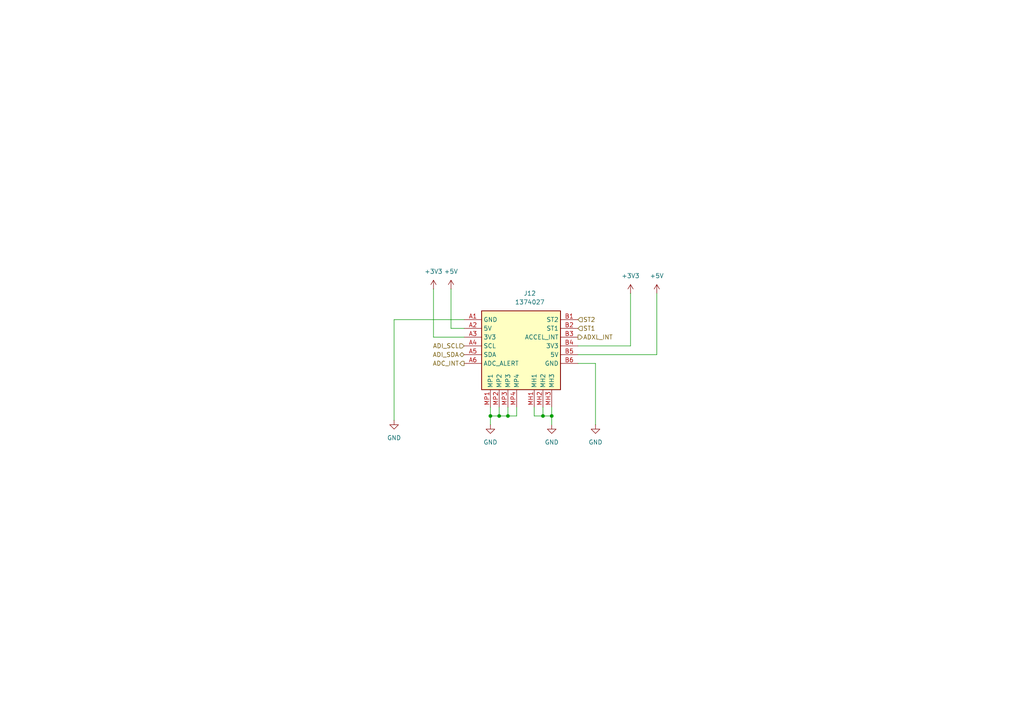
<source format=kicad_sch>
(kicad_sch (version 20250114) (generator "eeschema") (generator_version "9.0")
  (paper "A4")
  (lib_symbols
    (symbol "canardboard:1374027"
      (property "Reference" "J" (at 0.3175 13.9065 0))
      (property "Value" "1374027" (at 0.3175 11.3665 0))
      (symbol "1374027_1_1"
        (rectangle (start -8.89 8.89) (end 13.97 -13.97) (stroke (width 0.254)) (fill (type background)))
        (pin passive line (at -13.97 6.35 0) (length 5.08) (name "GND") (number "A1"))
        (pin passive line (at -13.97 3.81 0) (length 5.08) (name "5V") (number "A2"))
        (pin passive line (at -13.97 1.27 0) (length 5.08) (name "3V3") (number "A3"))
        (pin passive line (at -13.97 -1.27 0) (length 5.08) (name "SCL") (number "A4"))
        (pin passive line (at -13.97 -3.81 0) (length 5.08) (name "SDA") (number "A5"))
        (pin passive line (at -13.97 -6.35 0) (length 5.08) (name "ADC_ALERT") (number "A6"))
        (pin passive line (at -6.35 -19.05 90) (length 5.08) (name "MP1") (number "MP1"))
        (pin passive line (at -3.81 -19.05 90) (length 5.08) (name "MP2") (number "MP2"))
        (pin passive line (at -1.27 -19.05 90) (length 5.08) (name "MP3") (number "MP3"))
        (pin passive line (at 1.27 -19.05 90) (length 5.08) (name "MP4") (number "MP4"))
        (pin passive line (at 6.35 -19.05 90) (length 5.08) (name "MH1") (number "MH1"))
        (pin passive line (at 8.89 -19.05 90) (length 5.08) (name "MH2") (number "MH2"))
        (pin passive line (at 11.43 -19.05 90) (length 5.08) (name "MH3") (number "MH3"))
        (pin passive line (at 19.05 6.35 180) (length 5.08) (name "ST2") (number "B1"))
        (pin passive line (at 19.05 3.81 180) (length 5.08) (name "ST1") (number "B2"))
        (pin passive line (at 19.05 1.27 180) (length 5.08) (name "ACCEL_INT") (number "B3"))
        (pin passive line (at 19.05 -1.27 180) (length 5.08) (name "3V3") (number "B4"))
        (pin passive line (at 19.05 -3.81 180) (length 5.08) (name "5V") (number "B5"))
        (pin passive line (at 19.05 -6.35 180) (length 5.08) (name "GND") (number "B6"))
      )
    )
    (symbol "power:+3V3" (power) (pin_numbers (hide yes)) (pin_names (offset 0) (hide yes))
      (property "Value" "+3V3" (at 0 3.556 0))
      (symbol "+3V3_0_1"
        (polyline (pts (xy -0.762 1.27) (xy 0 2.54)))
        (polyline (pts (xy 0 2.54) (xy 0.762 1.27)))
        (polyline (pts (xy 0 0) (xy 0 2.54)))
      )
      (symbol "+3V3_1_1"
        (pin power_in line (at 0 0 90) (length 0) (name "~") (number "1"))
      )
    )
    (symbol "power:+5V" (power) (pin_numbers (hide yes)) (pin_names (offset 0) (hide yes))
      (property "Value" "+5V" (at 0 3.556 0))
      (symbol "+5V_0_1"
        (polyline (pts (xy -0.762 1.27) (xy 0 2.54)))
        (polyline (pts (xy 0 2.54) (xy 0.762 1.27)))
        (polyline (pts (xy 0 0) (xy 0 2.54)))
      )
      (symbol "+5V_1_1"
        (pin power_in line (at 0 0 90) (length 0) (name "~") (number "1"))
      )
    )
    (symbol "power:GND" (power) (pin_numbers (hide yes)) (pin_names (offset 0) (hide yes))
      (property "Value" "GND" (at 0 -3.81 0))
      (symbol "GND_0_1"
        (polyline (pts (xy 0 0) (xy 0 -1.27) (xy 1.27 -1.27) (xy 0 -2.54) (xy -1.27 -1.27) (xy 0 -1.27)))
      )
      (symbol "GND_1_1"
        (pin power_in line (at 0 0 270) (length 0) (name "~") (number "1"))
      )
    )
  )
  (junction (at 157.48 120.65))
  (junction (at 160.02 120.65))
  (junction (at 147.32 120.65))
  (junction (at 142.24 120.65))
  (junction (at 144.78 120.65))
  (wire (pts (xy 134.62 92.71) (xy 114.3 92.71)))
  (wire (pts (xy 144.78 120.65) (xy 142.24 120.65)))
  (wire (pts (xy 114.3 92.71) (xy 114.3 121.92)))
  (wire (pts (xy 154.94 120.65) (xy 157.48 120.65)))
  (wire (pts (xy 172.72 105.41) (xy 172.72 123.19)))
  (wire (pts (xy 130.81 83.82) (xy 130.81 95.25)))
  (wire (pts (xy 160.02 120.65) (xy 160.02 123.19)))
  (wire (pts (xy 190.5 102.87) (xy 190.5 85.09)))
  (wire (pts (xy 167.64 105.41) (xy 172.72 105.41)))
  (wire (pts (xy 182.88 85.09) (xy 182.88 100.33)))
  (wire (pts (xy 142.24 120.65) (xy 142.24 123.19)))
  (wire (pts (xy 134.62 97.79) (xy 125.73 97.79)))
  (wire (pts (xy 160.02 120.65) (xy 160.02 118.11)))
  (wire (pts (xy 144.78 118.11) (xy 144.78 120.65)))
  (wire (pts (xy 147.32 118.11) (xy 147.32 120.65)))
  (wire (pts (xy 134.62 95.25) (xy 130.81 95.25)))
  (wire (pts (xy 157.48 120.65) (xy 160.02 120.65)))
  (wire (pts (xy 154.94 118.11) (xy 154.94 120.65)))
  (wire (pts (xy 149.86 120.65) (xy 147.32 120.65)))
  (wire (pts (xy 125.73 83.82) (xy 125.73 97.79)))
  (wire (pts (xy 142.24 118.11) (xy 142.24 120.65)))
  (wire (pts (xy 157.48 118.11) (xy 157.48 120.65)))
  (wire (pts (xy 167.64 100.33) (xy 182.88 100.33)))
  (wire (pts (xy 167.64 102.87) (xy 190.5 102.87)))
  (wire (pts (xy 147.32 120.65) (xy 144.78 120.65)))
  (wire (pts (xy 149.86 118.11) (xy 149.86 120.65)))
  (hierarchical_label "ADI_SDA" (shape bidirectional) (at 134.62 102.87 180))
  (hierarchical_label "ADI_SCL" (shape input) (at 134.62 100.33 180))
  (hierarchical_label "ADC_INT" (shape output) (at 134.62 105.41 180))
  (hierarchical_label "ADXL_INT" (shape output) (at 167.64 97.79 0))
  (hierarchical_label "ST2" (shape input) (at 167.64 92.71 0))
  (hierarchical_label "ST1" (shape input) (at 167.64 95.25 0))
  (symbol (lib_id "power:+3V3") (at 125.73 83.82 0) (unit 1)
    (property "Reference" "#PWR0154" (effects (hide yes)))
    (property "Value" "+3V3" (at 125.73 78.74 0))
    (property "Description" "Power symbol creates a global label with name \"+3V3\"" (effects (hide yes)))
  )
  (symbol (lib_id "canardboard:1374027") (at 148.59 99.06 0) (unit 1)
    (property "Reference" "J12" (at 153.67 85.09 0))
    (property "Value" "1374027" (at 153.67 87.63 0))
    (property "Footprint" "1374027" (effects (hide yes)))
    (property "Datasheet" "http://www.phoenixcontact.com/gb/produkte/1374027" (effects (hide yes)))
    (property "Height" "6.25" (effects (hide yes)))
    (property "Mouser Part Number" "651-1374027" (effects (hide yes)))
    (property "Mouser Price/Stock" "https://www.mouser.co.uk/ProductDetail/Phoenix-Contact/1374027?qs=2SLPxufLcgCua31QCG%252BC9g%3D%3D" (effects (hide yes)))
    (property "Manufacturer_Name" "Phoenix Contact" (effects (hide yes)))
    (property "Manufacturer_Part_Number" "1374027" (effects (hide yes)))
  )
  (symbol (lib_id "power:GND") (at 114.3 121.92 0) (unit 1)
    (property "Reference" "#PWR0151" (effects (hide yes)))
    (property "Value" "GND" (at 114.3 127 0))
    (property "Description" "Power symbol creates a global label with name \"GND\" , ground" (effects (hide yes)))
  )
  (symbol (lib_id "power:GND") (at 172.72 123.19 0) (unit 1)
    (property "Reference" "#PWR0150" (effects (hide yes)))
    (property "Value" "GND" (at 172.72 128.27 0))
    (property "Description" "Power symbol creates a global label with name \"GND\" , ground" (effects (hide yes)))
  )
  (symbol (lib_id "power:+5V") (at 130.81 83.82 0) (unit 1)
    (property "Reference" "#PWR0155" (effects (hide yes)))
    (property "Value" "+5V" (at 130.81 78.74 0))
    (property "Description" "Power symbol creates a global label with name \"+5V\"" (effects (hide yes)))
  )
  (symbol (lib_id "power:GND") (at 142.24 123.19 0) (unit 1)
    (property "Reference" "#PWR0148" (effects (hide yes)))
    (property "Value" "GND" (at 142.24 128.27 0))
    (property "Description" "Power symbol creates a global label with name \"GND\" , ground" (effects (hide yes)))
  )
  (symbol (lib_id "power:+3V3") (at 182.88 85.09 0) (unit 1)
    (property "Reference" "#PWR0152" (effects (hide yes)))
    (property "Value" "+3V3" (at 182.88 80.01 0))
    (property "Description" "Power symbol creates a global label with name \"+3V3\"" (effects (hide yes)))
  )
  (symbol (lib_id "power:GND") (at 160.02 123.19 0) (unit 1)
    (property "Reference" "#PWR0149" (effects (hide yes)))
    (property "Value" "GND" (at 160.02 128.27 0))
    (property "Description" "Power symbol creates a global label with name \"GND\" , ground" (effects (hide yes)))
  )
  (symbol (lib_id "power:+5V") (at 190.5 85.09 0) (unit 1)
    (property "Reference" "#PWR0153" (effects (hide yes)))
    (property "Value" "+5V" (at 190.5 80.01 0))
    (property "Description" "Power symbol creates a global label with name \"+5V\"" (effects (hide yes)))
  )
)
</source>
